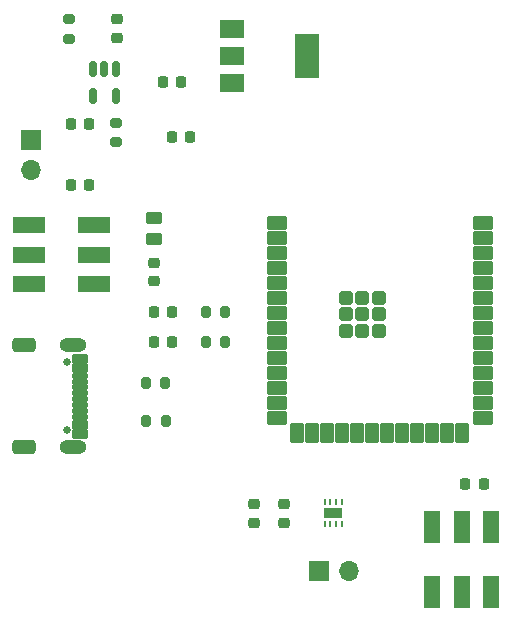
<source format=gts>
G04 #@! TF.GenerationSoftware,KiCad,Pcbnew,7.0.10*
G04 #@! TF.CreationDate,2024-04-11T23:27:50-07:00*
G04 #@! TF.ProjectId,vibration_circuit,76696272-6174-4696-9f6e-5f6369726375,rev?*
G04 #@! TF.SameCoordinates,Original*
G04 #@! TF.FileFunction,Soldermask,Top*
G04 #@! TF.FilePolarity,Negative*
%FSLAX46Y46*%
G04 Gerber Fmt 4.6, Leading zero omitted, Abs format (unit mm)*
G04 Created by KiCad (PCBNEW 7.0.10) date 2024-04-11 23:27:50*
%MOMM*%
%LPD*%
G01*
G04 APERTURE LIST*
G04 Aperture macros list*
%AMRoundRect*
0 Rectangle with rounded corners*
0 $1 Rounding radius*
0 $2 $3 $4 $5 $6 $7 $8 $9 X,Y pos of 4 corners*
0 Add a 4 corners polygon primitive as box body*
4,1,4,$2,$3,$4,$5,$6,$7,$8,$9,$2,$3,0*
0 Add four circle primitives for the rounded corners*
1,1,$1+$1,$2,$3*
1,1,$1+$1,$4,$5*
1,1,$1+$1,$6,$7*
1,1,$1+$1,$8,$9*
0 Add four rect primitives between the rounded corners*
20,1,$1+$1,$2,$3,$4,$5,0*
20,1,$1+$1,$4,$5,$6,$7,0*
20,1,$1+$1,$6,$7,$8,$9,0*
20,1,$1+$1,$8,$9,$2,$3,0*%
G04 Aperture macros list end*
%ADD10C,0.650000*%
%ADD11RoundRect,0.102000X-0.575000X0.300000X-0.575000X-0.300000X0.575000X-0.300000X0.575000X0.300000X0*%
%ADD12RoundRect,0.102000X-0.575000X0.150000X-0.575000X-0.150000X0.575000X-0.150000X0.575000X0.150000X0*%
%ADD13O,2.304000X1.204000*%
%ADD14RoundRect,0.301000X-0.701000X0.301000X-0.701000X-0.301000X0.701000X-0.301000X0.701000X0.301000X0*%
%ADD15RoundRect,0.102000X-0.450000X-0.450000X0.450000X-0.450000X0.450000X0.450000X-0.450000X0.450000X0*%
%ADD16RoundRect,0.102000X-0.750000X-0.450000X0.750000X-0.450000X0.750000X0.450000X-0.750000X0.450000X0*%
%ADD17RoundRect,0.102000X-0.450000X-0.750000X0.450000X-0.750000X0.450000X0.750000X-0.450000X0.750000X0*%
%ADD18R,2.000000X1.500000*%
%ADD19R,2.000000X3.800000*%
%ADD20RoundRect,0.225000X0.250000X-0.225000X0.250000X0.225000X-0.250000X0.225000X-0.250000X-0.225000X0*%
%ADD21RoundRect,0.200000X0.200000X0.275000X-0.200000X0.275000X-0.200000X-0.275000X0.200000X-0.275000X0*%
%ADD22RoundRect,0.218750X-0.218750X-0.256250X0.218750X-0.256250X0.218750X0.256250X-0.218750X0.256250X0*%
%ADD23R,1.700000X1.700000*%
%ADD24O,1.700000X1.700000*%
%ADD25RoundRect,0.225000X0.225000X0.250000X-0.225000X0.250000X-0.225000X-0.250000X0.225000X-0.250000X0*%
%ADD26RoundRect,0.200000X-0.200000X-0.275000X0.200000X-0.275000X0.200000X0.275000X-0.200000X0.275000X0*%
%ADD27RoundRect,0.150000X-0.150000X0.512500X-0.150000X-0.512500X0.150000X-0.512500X0.150000X0.512500X0*%
%ADD28RoundRect,0.200000X-0.275000X0.200000X-0.275000X-0.200000X0.275000X-0.200000X0.275000X0.200000X0*%
%ADD29RoundRect,0.102000X0.600000X1.250000X-0.600000X1.250000X-0.600000X-1.250000X0.600000X-1.250000X0*%
%ADD30RoundRect,0.225000X-0.225000X-0.250000X0.225000X-0.250000X0.225000X0.250000X-0.225000X0.250000X0*%
%ADD31RoundRect,0.218750X-0.256250X0.218750X-0.256250X-0.218750X0.256250X-0.218750X0.256250X0.218750X0*%
%ADD32RoundRect,0.102000X1.250000X-0.600000X1.250000X0.600000X-1.250000X0.600000X-1.250000X-0.600000X0*%
%ADD33R,1.600000X0.900000*%
%ADD34R,0.250000X0.500000*%
%ADD35RoundRect,0.250000X-0.450000X0.262500X-0.450000X-0.262500X0.450000X-0.262500X0.450000X0.262500X0*%
G04 APERTURE END LIST*
D10*
X112590000Y-129575000D03*
X112590000Y-135355000D03*
D11*
X113665000Y-129265000D03*
X113665000Y-130065000D03*
D12*
X113665000Y-131215000D03*
X113665000Y-132215000D03*
X113665000Y-132715000D03*
X113665000Y-133715000D03*
D11*
X113665000Y-135665000D03*
X113665000Y-134865000D03*
D12*
X113665000Y-134215000D03*
X113665000Y-133215000D03*
X113665000Y-131715000D03*
X113665000Y-130715000D03*
D13*
X113090000Y-128145000D03*
X113090000Y-136785000D03*
D14*
X108910000Y-128145000D03*
X108910000Y-136785000D03*
D15*
X138938000Y-126898400D03*
X137538000Y-126898400D03*
X136138000Y-126898400D03*
X138938000Y-125498400D03*
X137538000Y-125498400D03*
X136138000Y-125498400D03*
X138938000Y-124098400D03*
X137538000Y-124098400D03*
X136138000Y-124098400D03*
D16*
X147788000Y-117778400D03*
X147788000Y-119048400D03*
X147788000Y-120318400D03*
X147788000Y-121588400D03*
X147788000Y-122858400D03*
X147788000Y-124128400D03*
X147788000Y-125398400D03*
X147788000Y-126668400D03*
X147788000Y-127938400D03*
X147788000Y-129208400D03*
X147788000Y-130478400D03*
X147788000Y-131748400D03*
X147788000Y-133018400D03*
X147788000Y-134288400D03*
D17*
X146023000Y-135538400D03*
X144753000Y-135538400D03*
X143483000Y-135538400D03*
X142213000Y-135538400D03*
X140943000Y-135538400D03*
X139673000Y-135538400D03*
X138403000Y-135538400D03*
X137133000Y-135538400D03*
X135863000Y-135538400D03*
X134593000Y-135538400D03*
X133323000Y-135538400D03*
X132053000Y-135538400D03*
D16*
X130288000Y-134288400D03*
X130288000Y-133018400D03*
X130288000Y-131748400D03*
X130288000Y-130478400D03*
X130288000Y-129208400D03*
X130288000Y-127938400D03*
X130288000Y-126668400D03*
X130288000Y-125398400D03*
X130288000Y-124128400D03*
X130288000Y-122858400D03*
X130288000Y-121588400D03*
X130288000Y-120318400D03*
X130288000Y-119048400D03*
X130288000Y-117778400D03*
D18*
X126542000Y-101332000D03*
X126542000Y-103632000D03*
D19*
X132842000Y-103632000D03*
D18*
X126542000Y-105932000D03*
D20*
X119888000Y-122732800D03*
X119888000Y-121182800D03*
D21*
X120924700Y-134523900D03*
X119274700Y-134523900D03*
D22*
X119888800Y-127842800D03*
X121463800Y-127842800D03*
D23*
X133908800Y-147243800D03*
D24*
X136448800Y-147243800D03*
D25*
X147817800Y-139896400D03*
X146267800Y-139896400D03*
D21*
X125958600Y-125353600D03*
X124308600Y-125353600D03*
D25*
X114427600Y-109372600D03*
X112877600Y-109372600D03*
D26*
X124308600Y-127863600D03*
X125958600Y-127863600D03*
X119236100Y-131374300D03*
X120886100Y-131374300D03*
D27*
X116657200Y-107024800D03*
X114757200Y-107024800D03*
X114757200Y-104749800D03*
X115707200Y-104749800D03*
X116657200Y-104749800D03*
D23*
X109474000Y-110744000D03*
D24*
X109474000Y-113284000D03*
D28*
X116687600Y-109297400D03*
X116687600Y-110947400D03*
D29*
X148463000Y-143547200D03*
X145963000Y-143547200D03*
X143463000Y-143547200D03*
X148463000Y-149047200D03*
X145963000Y-149047200D03*
X143463000Y-149047200D03*
D20*
X128371600Y-143154400D03*
X128371600Y-141604400D03*
D30*
X121399000Y-110490000D03*
X122949000Y-110490000D03*
D20*
X130962400Y-143154400D03*
X130962400Y-141604400D03*
D30*
X112877600Y-114554000D03*
X114427600Y-114554000D03*
D31*
X116814600Y-100558400D03*
X116814600Y-102133400D03*
D28*
X112699800Y-100534200D03*
X112699800Y-102184200D03*
D32*
X114872400Y-122961400D03*
X114872400Y-120461400D03*
X114872400Y-117961400D03*
X109372400Y-122961400D03*
X109372400Y-120461400D03*
X109372400Y-117961400D03*
D33*
X135101600Y-142366600D03*
D34*
X134351600Y-141416600D03*
X134851600Y-141416600D03*
X135351600Y-141416600D03*
X135851600Y-141416600D03*
X135851600Y-143316600D03*
X135351600Y-143316600D03*
X134851600Y-143316600D03*
X134351600Y-143316600D03*
D22*
X119888800Y-125302800D03*
X121463800Y-125302800D03*
D25*
X120650000Y-105892600D03*
X122200000Y-105892600D03*
D35*
X119888000Y-117348000D03*
X119888000Y-119173000D03*
M02*

</source>
